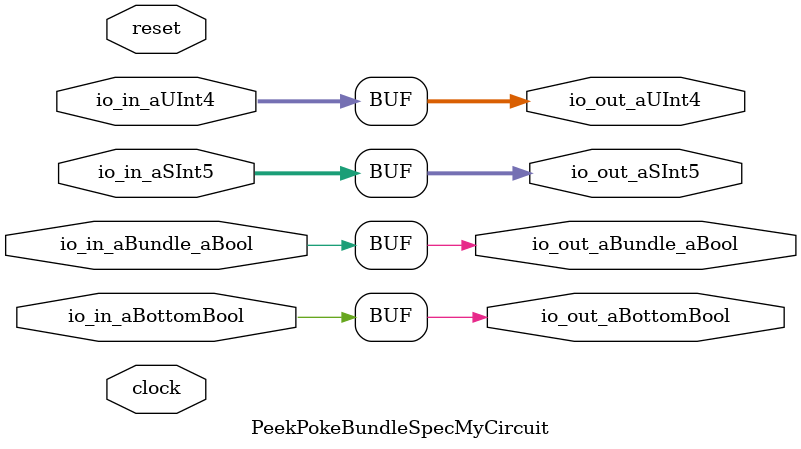
<source format=v>
module PeekPokeBundleSpecMyCircuit( // @[:@3.2]
  input        clock, // @[:@4.4]
  input        reset, // @[:@5.4]
  input  [3:0] io_in_aUInt4, // @[:@6.4]
  input  [4:0] io_in_aSInt5, // @[:@6.4]
  input        io_in_aBundle_aBool, // @[:@6.4]
  input        io_in_aBottomBool, // @[:@6.4]
  output [3:0] io_out_aUInt4, // @[:@6.4]
  output [4:0] io_out_aSInt5, // @[:@6.4]
  output       io_out_aBundle_aBool, // @[:@6.4]
  output       io_out_aBottomBool // @[:@6.4]
);
  assign io_out_aUInt4 = io_in_aUInt4;
  assign io_out_aSInt5 = io_in_aSInt5;
  assign io_out_aBundle_aBool = io_in_aBundle_aBool;
  assign io_out_aBottomBool = io_in_aBottomBool;
endmodule

</source>
